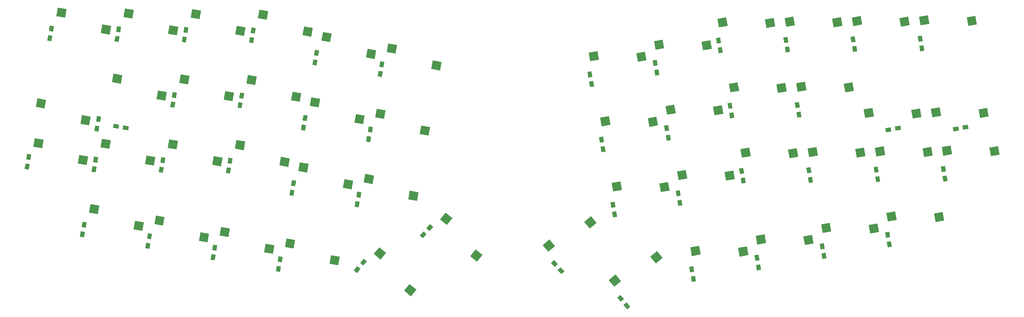
<source format=gbr>
G04 #@! TF.GenerationSoftware,KiCad,Pcbnew,(5.1.5-0-10_14)*
G04 #@! TF.CreationDate,2021-08-13T14:32:23-04:00*
G04 #@! TF.ProjectId,Laptreus-v3,4c617074-7265-4757-932d-76332e6b6963,rev?*
G04 #@! TF.SameCoordinates,Original*
G04 #@! TF.FileFunction,Paste,Top*
G04 #@! TF.FilePolarity,Positive*
%FSLAX46Y46*%
G04 Gerber Fmt 4.6, Leading zero omitted, Abs format (unit mm)*
G04 Created by KiCad (PCBNEW (5.1.5-0-10_14)) date 2021-08-13 14:32:23*
%MOMM*%
%LPD*%
G04 APERTURE LIST*
%ADD10C,0.100000*%
G04 APERTURE END LIST*
D10*
G36*
X284638701Y-82784685D02*
G01*
X284204581Y-80322666D01*
X286715841Y-79879863D01*
X287149961Y-82341882D01*
X284638701Y-82784685D01*
G37*
G36*
X270961818Y-82617105D02*
G01*
X270527698Y-80155086D01*
X273038958Y-79712283D01*
X273473078Y-82174302D01*
X270961818Y-82617105D01*
G37*
G36*
X22377622Y-84863141D02*
G01*
X22811742Y-82401122D01*
X25323002Y-82843925D01*
X24888882Y-85305944D01*
X22377622Y-84863141D01*
G37*
G36*
X9582873Y-80027898D02*
G01*
X10016993Y-77565879D01*
X12528253Y-78008682D01*
X12094133Y-80470701D01*
X9582873Y-80027898D01*
G37*
G36*
X269915112Y-68685935D02*
G01*
X270349232Y-71147954D01*
X267837972Y-71590757D01*
X267403852Y-69128738D01*
X269915112Y-68685935D01*
G37*
G36*
X283591995Y-68853515D02*
G01*
X284026115Y-71315534D01*
X281514855Y-71758337D01*
X281080735Y-69296318D01*
X283591995Y-68853515D01*
G37*
G36*
X32480414Y-74570217D02*
G01*
X32688792Y-73388448D01*
X34264484Y-73666285D01*
X34056106Y-74848054D01*
X32480414Y-74570217D01*
G37*
G36*
X35237876Y-75056431D02*
G01*
X35446254Y-73874662D01*
X37021946Y-74152499D01*
X36813568Y-75334268D01*
X35237876Y-75056431D01*
G37*
G36*
X218665787Y-115440012D02*
G01*
X217484018Y-115648390D01*
X217206181Y-114072698D01*
X218387950Y-113864320D01*
X218665787Y-115440012D01*
G37*
G36*
X218179573Y-112682550D02*
G01*
X216997804Y-112890928D01*
X216719967Y-111315236D01*
X217901736Y-111106858D01*
X218179573Y-112682550D01*
G37*
G36*
X199905199Y-118748010D02*
G01*
X198723430Y-118956388D01*
X198445593Y-117380696D01*
X199627362Y-117172318D01*
X199905199Y-118748010D01*
G37*
G36*
X199418985Y-115990548D02*
G01*
X198237216Y-116198926D01*
X197959379Y-114623234D01*
X199141148Y-114414856D01*
X199418985Y-115990548D01*
G37*
G36*
X181074941Y-126060984D02*
G01*
X180155687Y-126832329D01*
X179127227Y-125606658D01*
X180046481Y-124835313D01*
X181074941Y-126060984D01*
G37*
G36*
X179275135Y-123916060D02*
G01*
X178355881Y-124687405D01*
X177327421Y-123461734D01*
X178246675Y-122690389D01*
X179275135Y-123916060D01*
G37*
G36*
X162129845Y-115903013D02*
G01*
X161245112Y-116713721D01*
X160164167Y-115534077D01*
X161048900Y-114723369D01*
X162129845Y-115903013D01*
G37*
G36*
X160238193Y-113838637D02*
G01*
X159353460Y-114649345D01*
X158272515Y-113469701D01*
X159157248Y-112658993D01*
X160238193Y-113838637D01*
G37*
G36*
X121482248Y-106388721D02*
G01*
X120597515Y-105578013D01*
X121678460Y-104398369D01*
X122563193Y-105209077D01*
X121482248Y-106388721D01*
G37*
G36*
X123373900Y-104324345D02*
G01*
X122489167Y-103513637D01*
X123570112Y-102333993D01*
X124454845Y-103144701D01*
X123373900Y-104324345D01*
G37*
G36*
X102571673Y-116407329D02*
G01*
X101652419Y-115635984D01*
X102680879Y-114410313D01*
X103600133Y-115181658D01*
X102571673Y-116407329D01*
G37*
G36*
X104371479Y-114262405D02*
G01*
X103452225Y-113491060D01*
X104480685Y-112265389D01*
X105399939Y-113036734D01*
X104371479Y-114262405D01*
G37*
G36*
X80460039Y-116082125D02*
G01*
X79278270Y-115873747D01*
X79556107Y-114298055D01*
X80737876Y-114506433D01*
X80460039Y-116082125D01*
G37*
G36*
X80946253Y-113324663D02*
G01*
X79764484Y-113116285D01*
X80042321Y-111540593D01*
X81224090Y-111748971D01*
X80946253Y-113324663D01*
G37*
G36*
X61688702Y-112755818D02*
G01*
X60506933Y-112547440D01*
X60784770Y-110971748D01*
X61966539Y-111180126D01*
X61688702Y-112755818D01*
G37*
G36*
X62174916Y-109998356D02*
G01*
X60993147Y-109789978D01*
X61270984Y-108214286D01*
X62452753Y-108422664D01*
X62174916Y-109998356D01*
G37*
G36*
X42928113Y-109447820D02*
G01*
X41746344Y-109239442D01*
X42024181Y-107663750D01*
X43205950Y-107872128D01*
X42928113Y-109447820D01*
G37*
G36*
X43414327Y-106690358D02*
G01*
X42232558Y-106481980D01*
X42510395Y-104906288D01*
X43692164Y-105114666D01*
X43414327Y-106690358D01*
G37*
G36*
X24167528Y-106139820D02*
G01*
X22985759Y-105931442D01*
X23263596Y-104355750D01*
X24445365Y-104564128D01*
X24167528Y-106139820D01*
G37*
G36*
X24653742Y-103382358D02*
G01*
X23471973Y-103173980D01*
X23749810Y-101598288D01*
X24931579Y-101806666D01*
X24653742Y-103382358D01*
G37*
G36*
X28285041Y-75707124D02*
G01*
X27103272Y-75498746D01*
X27381109Y-73923054D01*
X28562878Y-74131432D01*
X28285041Y-75707124D01*
G37*
G36*
X28771255Y-72949662D02*
G01*
X27589486Y-72741284D01*
X27867323Y-71165592D01*
X29049092Y-71373970D01*
X28771255Y-72949662D01*
G37*
G36*
X272199088Y-89873747D02*
G01*
X271017319Y-90082125D01*
X270739482Y-88506433D01*
X271921251Y-88298055D01*
X272199088Y-89873747D01*
G37*
G36*
X271712874Y-87116285D02*
G01*
X270531105Y-87324663D01*
X270253268Y-85748971D01*
X271435037Y-85540593D01*
X271712874Y-87116285D01*
G37*
G36*
X252878965Y-90063430D02*
G01*
X251697196Y-90271808D01*
X251419359Y-88696116D01*
X252601128Y-88487738D01*
X252878965Y-90063430D01*
G37*
G36*
X252392751Y-87305968D02*
G01*
X251210982Y-87514346D01*
X250933145Y-85938654D01*
X252114914Y-85730276D01*
X252392751Y-87305968D01*
G37*
G36*
X233567046Y-90244665D02*
G01*
X232385277Y-90453043D01*
X232107440Y-88877351D01*
X233289209Y-88668973D01*
X233567046Y-90244665D01*
G37*
G36*
X233080832Y-87487203D02*
G01*
X231899063Y-87695581D01*
X231621226Y-86119889D01*
X232802995Y-85911511D01*
X233080832Y-87487203D01*
G37*
G36*
X214255121Y-90425897D02*
G01*
X213073352Y-90634275D01*
X212795515Y-89058583D01*
X213977284Y-88850205D01*
X214255121Y-90425897D01*
G37*
G36*
X213768907Y-87668435D02*
G01*
X212587138Y-87876813D01*
X212309301Y-86301121D01*
X213491070Y-86092743D01*
X213768907Y-87668435D01*
G37*
G36*
X196045870Y-96860659D02*
G01*
X194864101Y-97069037D01*
X194586264Y-95493345D01*
X195768033Y-95284967D01*
X196045870Y-96860659D01*
G37*
G36*
X195559656Y-94103197D02*
G01*
X194377887Y-94311575D01*
X194100050Y-92735883D01*
X195281819Y-92527505D01*
X195559656Y-94103197D01*
G37*
G36*
X177285282Y-100168658D02*
G01*
X176103513Y-100377036D01*
X175825676Y-98801344D01*
X177007445Y-98592966D01*
X177285282Y-100168658D01*
G37*
G36*
X176799068Y-97411196D02*
G01*
X175617299Y-97619574D01*
X175339462Y-96043882D01*
X176521231Y-95835504D01*
X176799068Y-97411196D01*
G37*
G36*
X103069209Y-97484459D02*
G01*
X101887440Y-97276081D01*
X102165277Y-95700389D01*
X103347046Y-95908767D01*
X103069209Y-97484459D01*
G37*
G36*
X103555423Y-94726997D02*
G01*
X102373654Y-94518619D01*
X102651491Y-92942927D01*
X103833260Y-93151305D01*
X103555423Y-94726997D01*
G37*
G36*
X84308622Y-94176461D02*
G01*
X83126853Y-93968083D01*
X83404690Y-92392391D01*
X84586459Y-92600769D01*
X84308622Y-94176461D01*
G37*
G36*
X84794836Y-91418999D02*
G01*
X83613067Y-91210621D01*
X83890904Y-89634929D01*
X85072673Y-89843307D01*
X84794836Y-91418999D01*
G37*
G36*
X66099363Y-87741698D02*
G01*
X64917594Y-87533320D01*
X65195431Y-85957628D01*
X66377200Y-86166006D01*
X66099363Y-87741698D01*
G37*
G36*
X66585577Y-84984236D02*
G01*
X65403808Y-84775858D01*
X65681645Y-83200166D01*
X66863414Y-83408544D01*
X66585577Y-84984236D01*
G37*
G36*
X46787442Y-87560467D02*
G01*
X45605673Y-87352089D01*
X45883510Y-85776397D01*
X47065279Y-85984775D01*
X46787442Y-87560467D01*
G37*
G36*
X47273656Y-84803005D02*
G01*
X46091887Y-84594627D01*
X46369724Y-83018935D01*
X47551493Y-83227313D01*
X47273656Y-84803005D01*
G37*
G36*
X27485041Y-87407125D02*
G01*
X26303272Y-87198747D01*
X26581109Y-85623055D01*
X27762878Y-85831433D01*
X27485041Y-87407125D01*
G37*
G36*
X27971255Y-84649663D02*
G01*
X26789486Y-84441285D01*
X27067323Y-82865593D01*
X28249092Y-83073971D01*
X27971255Y-84649663D01*
G37*
G36*
X8260039Y-86606766D02*
G01*
X7078270Y-86398388D01*
X7356107Y-84822696D01*
X8537876Y-85031074D01*
X8260039Y-86606766D01*
G37*
G36*
X8746253Y-83849304D02*
G01*
X7564484Y-83640926D01*
X7842321Y-82065234D01*
X9024090Y-82273612D01*
X8746253Y-83849304D01*
G37*
G36*
X256186962Y-108824018D02*
G01*
X255005193Y-109032396D01*
X254727356Y-107456704D01*
X255909125Y-107248326D01*
X256186962Y-108824018D01*
G37*
G36*
X255700748Y-106066556D02*
G01*
X254518979Y-106274934D01*
X254241142Y-104699242D01*
X255422911Y-104490864D01*
X255700748Y-106066556D01*
G37*
G36*
X237426375Y-112132016D02*
G01*
X236244606Y-112340394D01*
X235966769Y-110764702D01*
X237148538Y-110556324D01*
X237426375Y-112132016D01*
G37*
G36*
X236940161Y-109374554D02*
G01*
X235758392Y-109582932D01*
X235480555Y-108007240D01*
X236662324Y-107798862D01*
X236940161Y-109374554D01*
G37*
G36*
X265574891Y-52361021D02*
G01*
X264393122Y-52569399D01*
X264115285Y-50993707D01*
X265297054Y-50785329D01*
X265574891Y-52361021D01*
G37*
G36*
X265088677Y-49603559D02*
G01*
X263906908Y-49811937D01*
X263629071Y-48236245D01*
X264810840Y-48027867D01*
X265088677Y-49603559D01*
G37*
G36*
X246262969Y-52542254D02*
G01*
X245081200Y-52750632D01*
X244803363Y-51174940D01*
X245985132Y-50966562D01*
X246262969Y-52542254D01*
G37*
G36*
X245776755Y-49784792D02*
G01*
X244594986Y-49993170D01*
X244317149Y-48417478D01*
X245498918Y-48209100D01*
X245776755Y-49784792D01*
G37*
G36*
X226951047Y-52723487D02*
G01*
X225769278Y-52931865D01*
X225491441Y-51356173D01*
X226673210Y-51147795D01*
X226951047Y-52723487D01*
G37*
G36*
X226464833Y-49966025D02*
G01*
X225283064Y-50174403D01*
X225005227Y-48598711D01*
X226186996Y-48390333D01*
X226464833Y-49966025D01*
G37*
G36*
X207639127Y-52904721D02*
G01*
X206457358Y-53113099D01*
X206179521Y-51537407D01*
X207361290Y-51329029D01*
X207639127Y-52904721D01*
G37*
G36*
X207152913Y-50147259D02*
G01*
X205971144Y-50355637D01*
X205693307Y-48779945D01*
X206875076Y-48571567D01*
X207152913Y-50147259D01*
G37*
G36*
X189429875Y-59339483D02*
G01*
X188248106Y-59547861D01*
X187970269Y-57972169D01*
X189152038Y-57763791D01*
X189429875Y-59339483D01*
G37*
G36*
X188943661Y-56582021D02*
G01*
X187761892Y-56790399D01*
X187484055Y-55214707D01*
X188665824Y-55006329D01*
X188943661Y-56582021D01*
G37*
G36*
X170669285Y-62647483D02*
G01*
X169487516Y-62855861D01*
X169209679Y-61280169D01*
X170391448Y-61071791D01*
X170669285Y-62647483D01*
G37*
G36*
X170183071Y-59890021D02*
G01*
X169001302Y-60098399D01*
X168723465Y-58522707D01*
X169905234Y-58314329D01*
X170183071Y-59890021D01*
G37*
G36*
X109685203Y-59963285D02*
G01*
X108503434Y-59754907D01*
X108781271Y-58179215D01*
X109963040Y-58387593D01*
X109685203Y-59963285D01*
G37*
G36*
X110171417Y-57205823D02*
G01*
X108989648Y-56997445D01*
X109267485Y-55421753D01*
X110449254Y-55630131D01*
X110171417Y-57205823D01*
G37*
G36*
X90924616Y-56655285D02*
G01*
X89742847Y-56446907D01*
X90020684Y-54871215D01*
X91202453Y-55079593D01*
X90924616Y-56655285D01*
G37*
G36*
X91410830Y-53897823D02*
G01*
X90229061Y-53689445D01*
X90506898Y-52113753D01*
X91688667Y-52322131D01*
X91410830Y-53897823D01*
G37*
G36*
X72715361Y-50220525D02*
G01*
X71533592Y-50012147D01*
X71811429Y-48436455D01*
X72993198Y-48644833D01*
X72715361Y-50220525D01*
G37*
G36*
X73201575Y-47463063D02*
G01*
X72019806Y-47254685D01*
X72297643Y-45678993D01*
X73479412Y-45887371D01*
X73201575Y-47463063D01*
G37*
G36*
X53403440Y-50039289D02*
G01*
X52221671Y-49830911D01*
X52499508Y-48255219D01*
X53681277Y-48463597D01*
X53403440Y-50039289D01*
G37*
G36*
X53889654Y-47281827D02*
G01*
X52707885Y-47073449D01*
X52985722Y-45497757D01*
X54167491Y-45706135D01*
X53889654Y-47281827D01*
G37*
G36*
X34091518Y-49858061D02*
G01*
X32909749Y-49649683D01*
X33187586Y-48073991D01*
X34369355Y-48282369D01*
X34091518Y-49858061D01*
G37*
G36*
X34577732Y-47100599D02*
G01*
X33395963Y-46892221D01*
X33673800Y-45316529D01*
X34855569Y-45524907D01*
X34577732Y-47100599D01*
G37*
G36*
X14779597Y-49676824D02*
G01*
X13597828Y-49468446D01*
X13875665Y-47892754D01*
X15057434Y-48101132D01*
X14779597Y-49676824D01*
G37*
G36*
X15265811Y-46919362D02*
G01*
X14084042Y-46710984D01*
X14361879Y-45135292D01*
X15543648Y-45343670D01*
X15265811Y-46919362D01*
G37*
G36*
X273892523Y-75641161D02*
G01*
X273684145Y-74459392D01*
X275259837Y-74181555D01*
X275468215Y-75363324D01*
X273892523Y-75641161D01*
G37*
G36*
X276649985Y-75154947D02*
G01*
X276441607Y-73973178D01*
X278017299Y-73695341D01*
X278225677Y-74877110D01*
X276649985Y-75154947D01*
G37*
G36*
X254513793Y-75884268D02*
G01*
X254305415Y-74702499D01*
X255881107Y-74424662D01*
X256089485Y-75606431D01*
X254513793Y-75884268D01*
G37*
G36*
X257271255Y-75398054D02*
G01*
X257062877Y-74216285D01*
X258638569Y-73938448D01*
X258846947Y-75120217D01*
X257271255Y-75398054D01*
G37*
G36*
X230259045Y-71484075D02*
G01*
X229077276Y-71692453D01*
X228799439Y-70116761D01*
X229981208Y-69908383D01*
X230259045Y-71484075D01*
G37*
G36*
X229772831Y-68726613D02*
G01*
X228591062Y-68934991D01*
X228313225Y-67359299D01*
X229494994Y-67150921D01*
X229772831Y-68726613D01*
G37*
G36*
X210947123Y-71665309D02*
G01*
X209765354Y-71873687D01*
X209487517Y-70297995D01*
X210669286Y-70089617D01*
X210947123Y-71665309D01*
G37*
G36*
X210460909Y-68907847D02*
G01*
X209279140Y-69116225D01*
X209001303Y-67540533D01*
X210183072Y-67332155D01*
X210460909Y-68907847D01*
G37*
G36*
X192737871Y-78100069D02*
G01*
X191556102Y-78308447D01*
X191278265Y-76732755D01*
X192460034Y-76524377D01*
X192737871Y-78100069D01*
G37*
G36*
X192251657Y-75342607D02*
G01*
X191069888Y-75550985D01*
X190792051Y-73975293D01*
X191973820Y-73766915D01*
X192251657Y-75342607D01*
G37*
G36*
X173977281Y-81408069D02*
G01*
X172795512Y-81616447D01*
X172517675Y-80040755D01*
X173699444Y-79832377D01*
X173977281Y-81408069D01*
G37*
G36*
X173491067Y-78650607D02*
G01*
X172309298Y-78858985D01*
X172031461Y-77283293D01*
X173213230Y-77074915D01*
X173491067Y-78650607D01*
G37*
G36*
X106377205Y-78723873D02*
G01*
X105195436Y-78515495D01*
X105473273Y-76939803D01*
X106655042Y-77148181D01*
X106377205Y-78723873D01*
G37*
G36*
X106863419Y-75966411D02*
G01*
X105681650Y-75758033D01*
X105959487Y-74182341D01*
X107141256Y-74390719D01*
X106863419Y-75966411D01*
G37*
G36*
X87616617Y-75415872D02*
G01*
X86434848Y-75207494D01*
X86712685Y-73631802D01*
X87894454Y-73840180D01*
X87616617Y-75415872D01*
G37*
G36*
X88102831Y-72658410D02*
G01*
X86921062Y-72450032D01*
X87198899Y-70874340D01*
X88380668Y-71082718D01*
X88102831Y-72658410D01*
G37*
G36*
X69407363Y-68981113D02*
G01*
X68225594Y-68772735D01*
X68503431Y-67197043D01*
X69685200Y-67405421D01*
X69407363Y-68981113D01*
G37*
G36*
X69893577Y-66223651D02*
G01*
X68711808Y-66015273D01*
X68989645Y-64439581D01*
X70171414Y-64647959D01*
X69893577Y-66223651D01*
G37*
G36*
X50095441Y-68799879D02*
G01*
X48913672Y-68591501D01*
X49191509Y-67015809D01*
X50373278Y-67224187D01*
X50095441Y-68799879D01*
G37*
G36*
X50581655Y-66042417D02*
G01*
X49399886Y-65834039D01*
X49677723Y-64258347D01*
X50859492Y-64466725D01*
X50581655Y-66042417D01*
G37*
G36*
X32202792Y-61448545D02*
G01*
X32636912Y-58986526D01*
X35148172Y-59429329D01*
X34714052Y-61891348D01*
X32202792Y-61448545D01*
G37*
G36*
X44997541Y-66283788D02*
G01*
X45431661Y-63821769D01*
X47942921Y-64264572D01*
X47508801Y-66726591D01*
X44997541Y-66283788D01*
G37*
G36*
X26066943Y-71368777D02*
G01*
X25632823Y-73830796D01*
X23121563Y-73387993D01*
X23555683Y-70925974D01*
X26066943Y-71368777D01*
G37*
G36*
X13272194Y-66533534D02*
G01*
X12838074Y-68995553D01*
X10326814Y-68552750D01*
X10760934Y-66090731D01*
X13272194Y-66533534D01*
G37*
G36*
X264280073Y-69034746D02*
G01*
X264714193Y-71496765D01*
X262202933Y-71939568D01*
X261768813Y-69477549D01*
X264280073Y-69034746D01*
G37*
G36*
X250603190Y-68867166D02*
G01*
X251037310Y-71329185D01*
X248526050Y-71771988D01*
X248091930Y-69309969D01*
X250603190Y-68867166D01*
G37*
G36*
X123899223Y-57628424D02*
G01*
X124333343Y-55166405D01*
X126844603Y-55609208D01*
X126410483Y-58071227D01*
X123899223Y-57628424D01*
G37*
G36*
X111104474Y-52793181D02*
G01*
X111538594Y-50331162D01*
X114049854Y-50773965D01*
X113615734Y-53235984D01*
X111104474Y-52793181D01*
G37*
G36*
X48305537Y-47523201D02*
G01*
X48739657Y-45061182D01*
X51250917Y-45503985D01*
X50816797Y-47966004D01*
X48305537Y-47523201D01*
G37*
G36*
X35510788Y-42687958D02*
G01*
X35944908Y-40225939D01*
X38456168Y-40668742D01*
X38022048Y-43130761D01*
X35510788Y-42687958D01*
G37*
G36*
X278124512Y-45274715D02*
G01*
X277690392Y-42812696D01*
X280201652Y-42369893D01*
X280635772Y-44831912D01*
X278124512Y-45274715D01*
G37*
G36*
X264447629Y-45107135D02*
G01*
X264013509Y-42645116D01*
X266524769Y-42202313D01*
X266958889Y-44664332D01*
X264447629Y-45107135D01*
G37*
G36*
X38381545Y-103804962D02*
G01*
X38815665Y-101342943D01*
X41326925Y-101785746D01*
X40892805Y-104247765D01*
X38381545Y-103804962D01*
G37*
G36*
X25586796Y-98969719D02*
G01*
X26020916Y-96507700D01*
X28532176Y-96950503D01*
X28098056Y-99412522D01*
X25586796Y-98969719D01*
G37*
G36*
X57142131Y-107112961D02*
G01*
X57576251Y-104650942D01*
X60087511Y-105093745D01*
X59653391Y-107555764D01*
X57142131Y-107112961D01*
G37*
G36*
X44347382Y-102277718D02*
G01*
X44781502Y-99815699D01*
X47292762Y-100258502D01*
X46858642Y-102720521D01*
X44347382Y-102277718D01*
G37*
G36*
X75902720Y-110420960D02*
G01*
X76336840Y-107958941D01*
X78848100Y-108401744D01*
X78413980Y-110863763D01*
X75902720Y-110420960D01*
G37*
G36*
X63107971Y-105585717D02*
G01*
X63542091Y-103123698D01*
X66053351Y-103566501D01*
X65619231Y-106028520D01*
X63107971Y-105585717D01*
G37*
G36*
X94663308Y-113728957D02*
G01*
X95097428Y-111266938D01*
X97608688Y-111709741D01*
X97174568Y-114171760D01*
X94663308Y-113728957D01*
G37*
G36*
X81868559Y-108893714D02*
G01*
X82302679Y-106431695D01*
X84813939Y-106874498D01*
X84379819Y-109336517D01*
X81868559Y-108893714D01*
G37*
G36*
X116059308Y-121464888D02*
G01*
X117666277Y-119549777D01*
X119619690Y-121188886D01*
X118012721Y-123103997D01*
X116059308Y-121464888D01*
G37*
G36*
X107396351Y-110880070D02*
G01*
X109003320Y-108964959D01*
X110956733Y-110604068D01*
X109349764Y-112519179D01*
X107396351Y-110880070D01*
G37*
G36*
X135059353Y-111498560D02*
G01*
X136666322Y-109583449D01*
X138619735Y-111222558D01*
X137012766Y-113137669D01*
X135059353Y-111498560D01*
G37*
G36*
X126396396Y-100913742D02*
G01*
X128003365Y-98998631D01*
X129956778Y-100637740D01*
X128349809Y-102552851D01*
X126396396Y-100913742D01*
G37*
G36*
X169400519Y-103592228D02*
G01*
X167793550Y-101677117D01*
X169746963Y-100038008D01*
X171353932Y-101953119D01*
X169400519Y-103592228D01*
G37*
G36*
X157472201Y-110285541D02*
G01*
X155865232Y-108370430D01*
X157818645Y-106731321D01*
X159425614Y-108646432D01*
X157472201Y-110285541D01*
G37*
G36*
X188400926Y-113657034D02*
G01*
X186793957Y-111741923D01*
X188747370Y-110102814D01*
X190354339Y-112017925D01*
X188400926Y-113657034D01*
G37*
G36*
X176472608Y-120350347D02*
G01*
X174865639Y-118435236D01*
X176819052Y-116796127D01*
X178426021Y-118711238D01*
X176472608Y-120350347D01*
G37*
G36*
X212454826Y-111661705D02*
G01*
X212020706Y-109199686D01*
X214531966Y-108756883D01*
X214966086Y-111218902D01*
X212454826Y-111661705D01*
G37*
G36*
X198777943Y-111494125D02*
G01*
X198343823Y-109032106D01*
X200855083Y-108589303D01*
X201289203Y-111051322D01*
X198777943Y-111494125D01*
G37*
G36*
X231215410Y-108353707D02*
G01*
X230781290Y-105891688D01*
X233292550Y-105448885D01*
X233726670Y-107910904D01*
X231215410Y-108353707D01*
G37*
G36*
X217538527Y-108186127D02*
G01*
X217104407Y-105724108D01*
X219615667Y-105281305D01*
X220049787Y-107743324D01*
X217538527Y-108186127D01*
G37*
G36*
X249976000Y-105045709D02*
G01*
X249541880Y-102583690D01*
X252053140Y-102140887D01*
X252487260Y-104602906D01*
X249976000Y-105045709D01*
G37*
G36*
X236299117Y-104878129D02*
G01*
X235864997Y-102416110D01*
X238376257Y-101973307D01*
X238810377Y-104435326D01*
X236299117Y-104878129D01*
G37*
G36*
X268736587Y-101737714D02*
G01*
X268302467Y-99275695D01*
X270813727Y-98832892D01*
X271247847Y-101294911D01*
X268736587Y-101737714D01*
G37*
G36*
X255059704Y-101570134D02*
G01*
X254625584Y-99108115D01*
X257136844Y-98665312D01*
X257570964Y-101127331D01*
X255059704Y-101570134D01*
G37*
G36*
X41689542Y-85044375D02*
G01*
X42123662Y-82582356D01*
X44634922Y-83025159D01*
X44200802Y-85487178D01*
X41689542Y-85044375D01*
G37*
G36*
X28894793Y-80209132D02*
G01*
X29328913Y-77747113D01*
X31840173Y-78189916D01*
X31406053Y-80651935D01*
X28894793Y-80209132D01*
G37*
G36*
X61001463Y-85225609D02*
G01*
X61435583Y-82763590D01*
X63946843Y-83206393D01*
X63512723Y-85668412D01*
X61001463Y-85225609D01*
G37*
G36*
X48206714Y-80390366D02*
G01*
X48640834Y-77928347D01*
X51152094Y-78371150D01*
X50717974Y-80833169D01*
X48206714Y-80390366D01*
G37*
G36*
X80313382Y-85406841D02*
G01*
X80747502Y-82944822D01*
X83258762Y-83387625D01*
X82824642Y-85849644D01*
X80313382Y-85406841D01*
G37*
G36*
X67518633Y-80571598D02*
G01*
X67952753Y-78109579D01*
X70464013Y-78552382D01*
X70029893Y-81014401D01*
X67518633Y-80571598D01*
G37*
G36*
X98522640Y-91841603D02*
G01*
X98956760Y-89379584D01*
X101468020Y-89822387D01*
X101033900Y-92284406D01*
X98522640Y-91841603D01*
G37*
G36*
X85727891Y-87006360D02*
G01*
X86162011Y-84544341D01*
X88673271Y-84987144D01*
X88239151Y-87449163D01*
X85727891Y-87006360D01*
G37*
G36*
X117283226Y-95149603D02*
G01*
X117717346Y-92687584D01*
X120228606Y-93130387D01*
X119794486Y-95592406D01*
X117283226Y-95149603D01*
G37*
G36*
X104488477Y-90314360D02*
G01*
X104922597Y-87852341D01*
X107433857Y-88295144D01*
X106999737Y-90757163D01*
X104488477Y-90314360D01*
G37*
G36*
X189834904Y-93082351D02*
G01*
X189400784Y-90620332D01*
X191912044Y-90177529D01*
X192346164Y-92639548D01*
X189834904Y-93082351D01*
G37*
G36*
X176158021Y-92914771D02*
G01*
X175723901Y-90452752D01*
X178235161Y-90009949D01*
X178669281Y-92471968D01*
X176158021Y-92914771D01*
G37*
G36*
X208595495Y-89774352D02*
G01*
X208161375Y-87312333D01*
X210672635Y-86869530D01*
X211106755Y-89331549D01*
X208595495Y-89774352D01*
G37*
G36*
X194918612Y-89606772D02*
G01*
X194484492Y-87144753D01*
X196995752Y-86701950D01*
X197429872Y-89163969D01*
X194918612Y-89606772D01*
G37*
G36*
X226804751Y-83339591D02*
G01*
X226370631Y-80877572D01*
X228881891Y-80434769D01*
X229316011Y-82896788D01*
X226804751Y-83339591D01*
G37*
G36*
X213127868Y-83172011D02*
G01*
X212693748Y-80709992D01*
X215205008Y-80267189D01*
X215639128Y-82729208D01*
X213127868Y-83172011D01*
G37*
G36*
X246116667Y-83158358D02*
G01*
X245682547Y-80696339D01*
X248193807Y-80253536D01*
X248627927Y-82715555D01*
X246116667Y-83158358D01*
G37*
G36*
X232439784Y-82990778D02*
G01*
X232005664Y-80528759D01*
X234516924Y-80085956D01*
X234951044Y-82547975D01*
X232439784Y-82990778D01*
G37*
G36*
X265428588Y-82977126D02*
G01*
X264994468Y-80515107D01*
X267505728Y-80072304D01*
X267939848Y-82534323D01*
X265428588Y-82977126D01*
G37*
G36*
X251751705Y-82809546D02*
G01*
X251317585Y-80347527D01*
X253828845Y-79904724D01*
X254262965Y-82366743D01*
X251751705Y-82809546D01*
G37*
G36*
X64309463Y-66465018D02*
G01*
X64743583Y-64002999D01*
X67254843Y-64445802D01*
X66820723Y-66907821D01*
X64309463Y-66465018D01*
G37*
G36*
X51514714Y-61629775D02*
G01*
X51948834Y-59167756D01*
X54460094Y-59610559D01*
X54025974Y-62072578D01*
X51514714Y-61629775D01*
G37*
G36*
X83621382Y-66646255D02*
G01*
X84055502Y-64184236D01*
X86566762Y-64627039D01*
X86132642Y-67089058D01*
X83621382Y-66646255D01*
G37*
G36*
X70826633Y-61811012D02*
G01*
X71260753Y-59348993D01*
X73772013Y-59791796D01*
X73337893Y-62253815D01*
X70826633Y-61811012D01*
G37*
G36*
X101830637Y-73081014D02*
G01*
X102264757Y-70618995D01*
X104776017Y-71061798D01*
X104341897Y-73523817D01*
X101830637Y-73081014D01*
G37*
G36*
X89035888Y-68245771D02*
G01*
X89470008Y-65783752D01*
X91981268Y-66226555D01*
X91547148Y-68688574D01*
X89035888Y-68245771D01*
G37*
G36*
X120591225Y-76389012D02*
G01*
X121025345Y-73926993D01*
X123536605Y-74369796D01*
X123102485Y-76831815D01*
X120591225Y-76389012D01*
G37*
G36*
X107796476Y-71553769D02*
G01*
X108230596Y-69091750D01*
X110741856Y-69534553D01*
X110307736Y-71996572D01*
X107796476Y-71553769D01*
G37*
G36*
X186526909Y-74321762D02*
G01*
X186092789Y-71859743D01*
X188604049Y-71416940D01*
X189038169Y-73878959D01*
X186526909Y-74321762D01*
G37*
G36*
X172850026Y-74154182D02*
G01*
X172415906Y-71692163D01*
X174927166Y-71249360D01*
X175361286Y-73711379D01*
X172850026Y-74154182D01*
G37*
G36*
X205287496Y-71013768D02*
G01*
X204853376Y-68551749D01*
X207364636Y-68108946D01*
X207798756Y-70570965D01*
X205287496Y-71013768D01*
G37*
G36*
X191610613Y-70846188D02*
G01*
X191176493Y-68384169D01*
X193687753Y-67941366D01*
X194121873Y-70403385D01*
X191610613Y-70846188D01*
G37*
G36*
X223496751Y-64579003D02*
G01*
X223062631Y-62116984D01*
X225573891Y-61674181D01*
X226008011Y-64136200D01*
X223496751Y-64579003D01*
G37*
G36*
X209819868Y-64411423D02*
G01*
X209385748Y-61949404D01*
X211897008Y-61506601D01*
X212331128Y-63968620D01*
X209819868Y-64411423D01*
G37*
G36*
X242808671Y-64397770D02*
G01*
X242374551Y-61935751D01*
X244885811Y-61492948D01*
X245319931Y-63954967D01*
X242808671Y-64397770D01*
G37*
G36*
X229131788Y-64230190D02*
G01*
X228697668Y-61768171D01*
X231208928Y-61325368D01*
X231643048Y-63787387D01*
X229131788Y-64230190D01*
G37*
G36*
X28982894Y-47295868D02*
G01*
X29417014Y-44833849D01*
X31928274Y-45276652D01*
X31494154Y-47738671D01*
X28982894Y-47295868D01*
G37*
G36*
X16188145Y-42460625D02*
G01*
X16622265Y-39998606D01*
X19133525Y-40441409D01*
X18699405Y-42903428D01*
X16188145Y-42460625D01*
G37*
G36*
X67617459Y-47704431D02*
G01*
X68051579Y-45242412D01*
X70562839Y-45685215D01*
X70128719Y-48147234D01*
X67617459Y-47704431D01*
G37*
G36*
X54822710Y-42869188D02*
G01*
X55256830Y-40407169D01*
X57768090Y-40849972D01*
X57333970Y-43311991D01*
X54822710Y-42869188D01*
G37*
G36*
X86929378Y-47885666D02*
G01*
X87363498Y-45423647D01*
X89874758Y-45866450D01*
X89440638Y-48328469D01*
X86929378Y-47885666D01*
G37*
G36*
X74134629Y-43050423D02*
G01*
X74568749Y-40588404D01*
X77080009Y-41031207D01*
X76645889Y-43493226D01*
X74134629Y-43050423D01*
G37*
G36*
X105138634Y-54320427D02*
G01*
X105572754Y-51858408D01*
X108084014Y-52301211D01*
X107649894Y-54763230D01*
X105138634Y-54320427D01*
G37*
G36*
X92343885Y-49485184D02*
G01*
X92778005Y-47023165D01*
X95289265Y-47465968D01*
X94855145Y-49927987D01*
X92343885Y-49485184D01*
G37*
G36*
X183218910Y-55561176D02*
G01*
X182784790Y-53099157D01*
X185296050Y-52656354D01*
X185730170Y-55118373D01*
X183218910Y-55561176D01*
G37*
G36*
X169542027Y-55393596D02*
G01*
X169107907Y-52931577D01*
X171619167Y-52488774D01*
X172053287Y-54950793D01*
X169542027Y-55393596D01*
G37*
G36*
X201979498Y-52253178D02*
G01*
X201545378Y-49791159D01*
X204056638Y-49348356D01*
X204490758Y-51810375D01*
X201979498Y-52253178D01*
G37*
G36*
X188302615Y-52085598D02*
G01*
X187868495Y-49623579D01*
X190379755Y-49180776D01*
X190813875Y-51642795D01*
X188302615Y-52085598D01*
G37*
G36*
X220188750Y-45818417D02*
G01*
X219754630Y-43356398D01*
X222265890Y-42913595D01*
X222700010Y-45375614D01*
X220188750Y-45818417D01*
G37*
G36*
X206511867Y-45650837D02*
G01*
X206077747Y-43188818D01*
X208589007Y-42746015D01*
X209023127Y-45208034D01*
X206511867Y-45650837D01*
G37*
G36*
X258812594Y-45455950D02*
G01*
X258378474Y-42993931D01*
X260889734Y-42551128D01*
X261323854Y-45013147D01*
X258812594Y-45455950D01*
G37*
G36*
X245135711Y-45288370D02*
G01*
X244701591Y-42826351D01*
X247212851Y-42383548D01*
X247646971Y-44845567D01*
X245135711Y-45288370D01*
G37*
G36*
X239500674Y-45637183D02*
G01*
X239066554Y-43175164D01*
X241577814Y-42732361D01*
X242011934Y-45194380D01*
X239500674Y-45637183D01*
G37*
G36*
X225823791Y-45469603D02*
G01*
X225389671Y-43007584D01*
X227900931Y-42564781D01*
X228335051Y-45026800D01*
X225823791Y-45469603D01*
G37*
M02*

</source>
